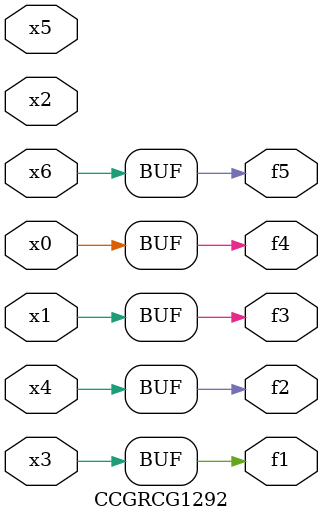
<source format=v>
module CCGRCG1292(
	input x0, x1, x2, x3, x4, x5, x6,
	output f1, f2, f3, f4, f5
);
	assign f1 = x3;
	assign f2 = x4;
	assign f3 = x1;
	assign f4 = x0;
	assign f5 = x6;
endmodule

</source>
